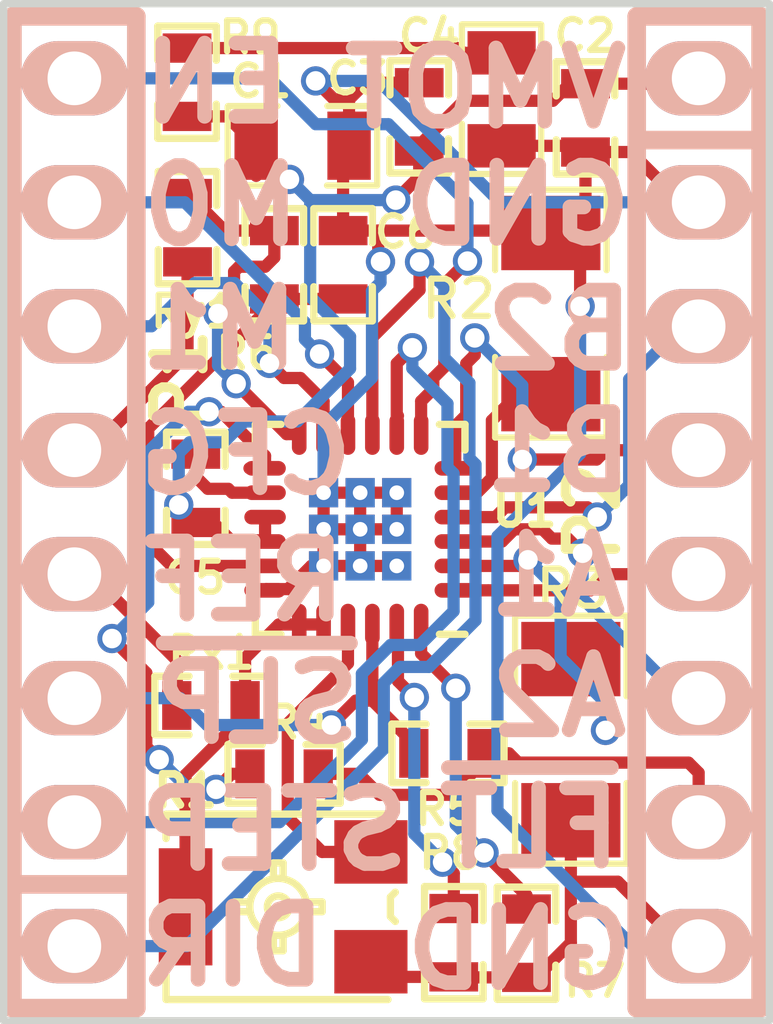
<source format=kicad_pcb>
(kicad_pcb (version 4) (host pcbnew 4.0.0-rc1-stable)

  (general
    (links 58)
    (no_connects 0)
    (area 125.364499 67.525 141.495501 88.670501)
    (thickness 1.6)
    (drawings 20)
    (tracks 335)
    (zones 0)
    (modules 20)
    (nets 27)
  )

  (page A4)
  (title_block
    (title "Pololu_2134(DRV834)")
    (date 2015-10-21)
    (rev V1_0)
    (company Pololu_Volovique)
  )

  (layers
    (0 F.Cu signal)
    (31 B.Cu signal)
    (32 B.Adhes user)
    (33 F.Adhes user)
    (34 B.Paste user)
    (35 F.Paste user)
    (36 B.SilkS user)
    (37 F.SilkS user)
    (38 B.Mask user)
    (39 F.Mask user)
    (40 Dwgs.User user)
    (41 Cmts.User user)
    (42 Eco1.User user)
    (43 Eco2.User user)
    (44 Edge.Cuts user)
    (45 Margin user)
    (46 B.CrtYd user)
    (47 F.CrtYd user)
    (48 B.Fab user)
    (49 F.Fab user)
  )

  (setup
    (last_trace_width 0.25)
    (trace_clearance 0.2)
    (zone_clearance 0.508)
    (zone_45_only no)
    (trace_min 0.2)
    (segment_width 0.2)
    (edge_width 0.15)
    (via_size 0.6)
    (via_drill 0.4)
    (via_min_size 0.4)
    (via_min_drill 0.3)
    (uvia_size 0.3)
    (uvia_drill 0.1)
    (uvias_allowed no)
    (uvia_min_size 0.2)
    (uvia_min_drill 0.1)
    (pcb_text_width 0.3)
    (pcb_text_size 1.5 1.5)
    (mod_edge_width 0.15)
    (mod_text_size 1 1)
    (mod_text_width 0.15)
    (pad_size 1.524 1.524)
    (pad_drill 0.762)
    (pad_to_mask_clearance 0.2)
    (aux_axis_origin 0 0)
    (visible_elements 7FFFFFFF)
    (pcbplotparams
      (layerselection 0x00030_80000001)
      (usegerberextensions false)
      (excludeedgelayer true)
      (linewidth 0.100000)
      (plotframeref false)
      (viasonmask false)
      (mode 1)
      (useauxorigin false)
      (hpglpennumber 1)
      (hpglpenspeed 20)
      (hpglpendiameter 15)
      (hpglpenoverlay 2)
      (psnegative false)
      (psa4output false)
      (plotreference true)
      (plotvalue true)
      (plotinvisibletext false)
      (padsonsilk false)
      (subtractmaskfromsilk false)
      (outputformat 4)
      (mirror false)
      (drillshape 1)
      (scaleselection 1)
      (outputdirectory Gerber/))
  )

  (net 0 "")
  (net 1 VPP)
  (net 2 GNDA)
  (net 3 "Net-(C4-Pad1)")
  (net 4 "Net-(C5-Pad1)")
  (net 5 VAA)
  (net 6 "Net-(P1-Pad5)")
  (net 7 /SLP)
  (net 8 /DIR)
  (net 9 "Net-(P1-Pad4)")
  (net 10 /M1)
  (net 11 /STEP)
  (net 12 /M0)
  (net 13 /EN)
  (net 14 /A1)
  (net 15 /B2)
  (net 16 /B1)
  (net 17 /A2)
  (net 18 /FLT)
  (net 19 /VREF)
  (net 20 "Net-(R1-Pad3)")
  (net 21 "Net-(R2-Pad1)")
  (net 22 "Net-(R3-Pad1)")
  (net 23 "Net-(R4-Pad2)")
  (net 24 /CFG)
  (net 25 "Net-(R7-Pad1)")
  (net 26 "Net-(R8-Pad1)")

  (net_class Default "To jest domyślna klasa połączeń."
    (clearance 0.2)
    (trace_width 0.25)
    (via_dia 0.6)
    (via_drill 0.4)
    (uvia_dia 0.3)
    (uvia_drill 0.1)
    (add_net /A1)
    (add_net /A2)
    (add_net /B1)
    (add_net /B2)
    (add_net /CFG)
    (add_net /DIR)
    (add_net /EN)
    (add_net /FLT)
    (add_net /M0)
    (add_net /M1)
    (add_net /SLP)
    (add_net /STEP)
    (add_net /VREF)
    (add_net GNDA)
    (add_net "Net-(C4-Pad1)")
    (add_net "Net-(C5-Pad1)")
    (add_net "Net-(P1-Pad4)")
    (add_net "Net-(P1-Pad5)")
    (add_net "Net-(R1-Pad3)")
    (add_net "Net-(R2-Pad1)")
    (add_net "Net-(R3-Pad1)")
    (add_net "Net-(R4-Pad2)")
    (add_net "Net-(R7-Pad1)")
    (add_net "Net-(R8-Pad1)")
    (add_net VAA)
    (add_net VPP)
  )

  (module Capacitors_Smd_0805:10uF_0805 (layer F.Cu) (tedit 50B68F62) (tstamp 5627F091)
    (at 131.71 70.61)
    (tags Capacitor)
    (path /5627EB66)
    (attr smd)
    (fp_text reference C1 (at -0.86 -1.32) (layer F.SilkS)
      (effects (font (size 0.635 0.635) (thickness 0.127)))
    )
    (fp_text value 10uF (at 0 0) (layer F.SilkS) hide
      (effects (font (size 0.635 0.635) (thickness 0.127)))
    )
    (fp_line (start -0.51562 -0.8128) (end -1.53162 -0.8128) (layer F.SilkS) (width 0.127))
    (fp_line (start -1.53162 0.81534) (end -0.508 0.81534) (layer F.SilkS) (width 0.127))
    (fp_line (start -1.5367 0.81026) (end -1.5367 -0.8001) (layer F.SilkS) (width 0.127))
    (fp_line (start 1.52908 0.81026) (end 1.52908 -0.8001) (layer F.SilkS) (width 0.127))
    (fp_line (start 1.524 0.81534) (end 0.50038 0.81534) (layer F.SilkS) (width 0.127))
    (fp_line (start 0.508 -0.8128) (end 1.524 -0.8128) (layer F.SilkS) (width 0.127))
    (pad 1 smd rect (at -0.9525 0) (size 0.889 1.397) (layers F.Cu F.Paste F.Mask)
      (net 1 VPP))
    (pad 2 smd rect (at 0.9525 0) (size 0.889 1.397) (layers F.Cu F.Paste F.Mask)
      (net 2 GNDA))
    (model Capacitors/Smd_0805/3D_View/10uF_0805.x3d
      (at (xyz 0 0 0))
      (scale (xyz 1 1 1))
      (rotate (xyz 0 0 0))
    )
  )

  (module Capacitors_Smd_0603:100nF_0603 (layer F.Cu) (tedit 52C4722E) (tstamp 5627F097)
    (at 137.51 70.04 270)
    (descr "Vishay SMD SM0603")
    (tags Capacitor)
    (path /5627EBC5)
    (attr smd)
    (fp_text reference C2 (at -1.68 0.01 360) (layer F.SilkS)
      (effects (font (size 0.635 0.635) (thickness 0.127)))
    )
    (fp_text value 0.1uF (at 0 0 270) (layer F.SilkS) hide
      (effects (font (size 0.635 0.635) (thickness 0.127)))
    )
    (fp_line (start -0.45 -0.6) (end -1.15 -0.6) (layer F.SilkS) (width 0.15))
    (fp_line (start -1.15 -0.6) (end -1.15 0.6) (layer F.SilkS) (width 0.15))
    (fp_line (start -1.15 0.6) (end -0.45 0.6) (layer F.SilkS) (width 0.15))
    (fp_line (start 0.45 -0.6) (end 1.15 -0.6) (layer F.SilkS) (width 0.15))
    (fp_line (start 1.15 -0.6) (end 1.15 0.6) (layer F.SilkS) (width 0.15))
    (fp_line (start 1.15 0.6) (end 0.45 0.6) (layer F.SilkS) (width 0.15))
    (pad 1 smd rect (at -0.7 0 270) (size 0.6 1) (layers F.Cu F.Paste F.Mask)
      (net 1 VPP) (solder_mask_margin 0.01) (clearance 0.03))
    (pad 2 smd rect (at 0.7 0 270) (size 0.6 1) (layers F.Cu F.Paste F.Mask)
      (net 2 GNDA) (solder_mask_margin 0.01) (clearance 0.03))
    (model Capacitors/Smd_0603/3D_View/100nF_0603.x3d
      (at (xyz 0 0 0))
      (scale (xyz 1 1 1))
      (rotate (xyz 0 0 0))
    )
  )

  (module Capacitors_Smd_0603:100nF_0603 (layer F.Cu) (tedit 52C4722E) (tstamp 5627F09D)
    (at 134.1 70.02 90)
    (descr "Vishay SMD SM0603")
    (tags Capacitor)
    (path /5627EC1F)
    (attr smd)
    (fp_text reference C3 (at 0.79 -1.26 180) (layer F.SilkS)
      (effects (font (size 0.635 0.635) (thickness 0.127)))
    )
    (fp_text value 0.1uF (at 0 0 90) (layer F.SilkS) hide
      (effects (font (size 0.635 0.635) (thickness 0.127)))
    )
    (fp_line (start -0.45 -0.6) (end -1.15 -0.6) (layer F.SilkS) (width 0.15))
    (fp_line (start -1.15 -0.6) (end -1.15 0.6) (layer F.SilkS) (width 0.15))
    (fp_line (start -1.15 0.6) (end -0.45 0.6) (layer F.SilkS) (width 0.15))
    (fp_line (start 0.45 -0.6) (end 1.15 -0.6) (layer F.SilkS) (width 0.15))
    (fp_line (start 1.15 -0.6) (end 1.15 0.6) (layer F.SilkS) (width 0.15))
    (fp_line (start 1.15 0.6) (end 0.45 0.6) (layer F.SilkS) (width 0.15))
    (pad 1 smd rect (at -0.7 0 90) (size 0.6 1) (layers F.Cu F.Paste F.Mask)
      (net 1 VPP) (solder_mask_margin 0.01) (clearance 0.03))
    (pad 2 smd rect (at 0.7 0 90) (size 0.6 1) (layers F.Cu F.Paste F.Mask)
      (net 2 GNDA) (solder_mask_margin 0.01) (clearance 0.03))
    (model Capacitors/Smd_0603/3D_View/100nF_0603.x3d
      (at (xyz 0 0 0))
      (scale (xyz 1 1 1))
      (rotate (xyz 0 0 0))
    )
  )

  (module Capacitors_Smd_0805:10uF_0805 (layer F.Cu) (tedit 50B68F62) (tstamp 5627F0A3)
    (at 135.79 69.66 270)
    (tags Capacitor)
    (path /5627EC54)
    (attr smd)
    (fp_text reference C4 (at -1.3 1.48 360) (layer F.SilkS)
      (effects (font (size 0.635 0.635) (thickness 0.127)))
    )
    (fp_text value 10uF (at 0 0 270) (layer F.SilkS) hide
      (effects (font (size 0.635 0.635) (thickness 0.127)))
    )
    (fp_line (start -0.51562 -0.8128) (end -1.53162 -0.8128) (layer F.SilkS) (width 0.127))
    (fp_line (start -1.53162 0.81534) (end -0.508 0.81534) (layer F.SilkS) (width 0.127))
    (fp_line (start -1.5367 0.81026) (end -1.5367 -0.8001) (layer F.SilkS) (width 0.127))
    (fp_line (start 1.52908 0.81026) (end 1.52908 -0.8001) (layer F.SilkS) (width 0.127))
    (fp_line (start 1.524 0.81534) (end 0.50038 0.81534) (layer F.SilkS) (width 0.127))
    (fp_line (start 0.508 -0.8128) (end 1.524 -0.8128) (layer F.SilkS) (width 0.127))
    (pad 1 smd rect (at -0.9525 0 270) (size 0.889 1.397) (layers F.Cu F.Paste F.Mask)
      (net 3 "Net-(C4-Pad1)"))
    (pad 2 smd rect (at 0.9525 0 270) (size 0.889 1.397) (layers F.Cu F.Paste F.Mask)
      (net 2 GNDA))
    (model Capacitors/Smd_0805/3D_View/10uF_0805.x3d
      (at (xyz 0 0 0))
      (scale (xyz 1 1 1))
      (rotate (xyz 0 0 0))
    )
  )

  (module Capacitors_Smd_0603:1nF_0603 (layer F.Cu) (tedit 52C4722E) (tstamp 5627F0A9)
    (at 129.52 77.63 270)
    (descr "Vishay SMD SM0603")
    (tags Capacitor)
    (path /5627EF24)
    (attr smd)
    (fp_text reference C5 (at 1.83 0.02 360) (layer F.SilkS)
      (effects (font (size 0.635 0.635) (thickness 0.127)))
    )
    (fp_text value 0.01uF (at 0 0 270) (layer F.SilkS) hide
      (effects (font (size 0.635 0.635) (thickness 0.127)))
    )
    (fp_line (start -0.45 -0.6) (end -1.15 -0.6) (layer F.SilkS) (width 0.15))
    (fp_line (start -1.15 -0.6) (end -1.15 0.6) (layer F.SilkS) (width 0.15))
    (fp_line (start -1.15 0.6) (end -0.45 0.6) (layer F.SilkS) (width 0.15))
    (fp_line (start 0.45 -0.6) (end 1.15 -0.6) (layer F.SilkS) (width 0.15))
    (fp_line (start 1.15 -0.6) (end 1.15 0.6) (layer F.SilkS) (width 0.15))
    (fp_line (start 1.15 0.6) (end 0.45 0.6) (layer F.SilkS) (width 0.15))
    (pad 1 smd rect (at -0.7 0 270) (size 0.6 1) (layers F.Cu F.Paste F.Mask)
      (net 4 "Net-(C5-Pad1)") (solder_mask_margin 0.01) (clearance 0.03))
    (pad 2 smd rect (at 0.7 0 270) (size 0.6 1) (layers F.Cu F.Paste F.Mask)
      (net 1 VPP) (solder_mask_margin 0.01) (clearance 0.03))
    (model Capacitors/Smd_0603/3D_View/1nF_0603.x3d
      (at (xyz 0 0 0))
      (scale (xyz 1 1 1))
      (rotate (xyz 0 0 0))
    )
  )

  (module Capacitors_Smd_0603:4_7uF_0603 (layer F.Cu) (tedit 52C4722E) (tstamp 5627F0AF)
    (at 132.54 73.05 90)
    (descr "Vishay SMD SM0603")
    (tags Capacitor)
    (path /5627ECB5)
    (attr smd)
    (fp_text reference C6 (at 0.67 1.28 180) (layer F.SilkS)
      (effects (font (size 0.635 0.635) (thickness 0.127)))
    )
    (fp_text value 4_7uF (at 0 0 90) (layer F.SilkS) hide
      (effects (font (size 0.635 0.635) (thickness 0.127)))
    )
    (fp_line (start -0.45 -0.6) (end -1.15 -0.6) (layer F.SilkS) (width 0.15))
    (fp_line (start -1.15 -0.6) (end -1.15 0.6) (layer F.SilkS) (width 0.15))
    (fp_line (start -1.15 0.6) (end -0.45 0.6) (layer F.SilkS) (width 0.15))
    (fp_line (start 0.45 -0.6) (end 1.15 -0.6) (layer F.SilkS) (width 0.15))
    (fp_line (start 1.15 -0.6) (end 1.15 0.6) (layer F.SilkS) (width 0.15))
    (fp_line (start 1.15 0.6) (end 0.45 0.6) (layer F.SilkS) (width 0.15))
    (pad 1 smd rect (at -0.7 0 90) (size 0.6 1) (layers F.Cu F.Paste F.Mask)
      (net 5 VAA) (solder_mask_margin 0.01) (clearance 0.03))
    (pad 2 smd rect (at 0.7 0 90) (size 0.6 1) (layers F.Cu F.Paste F.Mask)
      (net 2 GNDA) (solder_mask_margin 0.01) (clearance 0.03))
    (model Capacitors/Smd_0603/3D_View/4_7uF_0603.x3d
      (at (xyz 0 0 0))
      (scale (xyz 1 1 1))
      (rotate (xyz 0 0 0))
    )
  )

  (module Potentiometers_Smd:3364X-1-103E (layer F.Cu) (tedit 5627F526) (tstamp 5627F0CE)
    (at 131.21 86.205 90)
    (descr "Potentiometer SMD 2k Multirotate Bourns Vertical")
    (tags "Potentiometer SMD")
    (path /5627D3AB)
    (fp_text reference R1 (at 2.375 -1.9 180) (layer F.SilkS)
      (effects (font (size 0.635 0.635) (thickness 0.15875)))
    )
    (fp_text value 10k (at 0.155 -0.12 90) (layer F.SilkS) hide
      (effects (font (size 1.27 1.27) (thickness 0.254)))
    )
    (fp_line (start -0.9 0.1) (end -0.6 0.1) (layer F.SilkS) (width 0.15))
    (fp_line (start -0.9 -0.1) (end -0.9 0.1) (layer F.SilkS) (width 0.15))
    (fp_line (start -0.6 -0.1) (end -0.9 -0.1) (layer F.SilkS) (width 0.15))
    (fp_line (start 0.9 0.1) (end 0.6 0.1) (layer F.SilkS) (width 0.15))
    (fp_line (start 0.9 0) (end 0.9 0.1) (layer F.SilkS) (width 0.15))
    (fp_line (start 0.9 -0.1) (end 0.9 0) (layer F.SilkS) (width 0.15))
    (fp_line (start 0.8 -0.1) (end 0.9 -0.1) (layer F.SilkS) (width 0.15))
    (fp_line (start 0.6 -0.1) (end 0.8 -0.1) (layer F.SilkS) (width 0.15))
    (fp_line (start 0.1 0.9) (end 0.1 0.6) (layer F.SilkS) (width 0.15))
    (fp_line (start -0.1 0.9) (end 0.1 0.9) (layer F.SilkS) (width 0.15))
    (fp_line (start -0.1 0.6) (end -0.1 0.9) (layer F.SilkS) (width 0.15))
    (fp_line (start 0.1 -0.9) (end 0.1 -0.6) (layer F.SilkS) (width 0.15))
    (fp_line (start -0.1 -0.9) (end 0.1 -0.9) (layer F.SilkS) (width 0.15))
    (fp_line (start -0.1 -0.6) (end -0.1 -0.9) (layer F.SilkS) (width 0.15))
    (fp_circle (center 0 0) (end 0.3 0.5) (layer F.SilkS) (width 0.15))
    (fp_circle (center 0 0) (end 0.1 0.2) (layer F.SilkS) (width 0.15))
    (fp_line (start -0.2 2.3) (end -0.3 2.4) (layer F.SilkS) (width 0.15))
    (fp_line (start 0.2 2.3) (end 0.3 2.4) (layer F.SilkS) (width 0.15))
    (fp_line (start -0.2 2.3) (end 0.2 2.3) (layer F.SilkS) (width 0.15))
    (fp_line (start -1.9 -2.3) (end -1.4 -2.3) (layer F.SilkS) (width 0.15))
    (fp_line (start 1.9 -2.3) (end 1.4 -2.3) (layer F.SilkS) (width 0.15))
    (fp_line (start -1.9 2.25) (end -1.9 -2.25) (layer F.SilkS) (width 0.15))
    (fp_line (start 1.9 2.25) (end 1.9 -2.25) (layer F.SilkS) (width 0.15))
    (pad 1 smd rect (at -1.125 1.9 90) (size 1.3 1.5) (layers F.Cu F.Paste F.Mask)
      (net 2 GNDA))
    (pad 2 smd rect (at 0 -1.9 90) (size 2.4 1.1) (layers F.Cu F.Paste F.Mask)
      (net 19 /VREF))
    (pad 3 smd rect (at 1.125 1.9 90) (size 1.3 1.5) (layers F.Cu F.Paste F.Mask)
      (net 20 "Net-(R1-Pad3)"))
    (model Resistors/Potentiometers_Smd/3D_View/3364X-1-103E.x3d
      (at (xyz 0 0 0))
      (scale (xyz 1 1 1))
      (rotate (xyz 0 0 0))
    )
  )

  (module Resistor_Smd_1206:0R1_1206 (layer F.Cu) (tedit 42806E24) (tstamp 5627F0D4)
    (at 136.8 74.05 90)
    (tags Resistor)
    (path /5627ED9C)
    (attr smd)
    (fp_text reference R2 (at 0.3 -1.89 180) (layer F.SilkS)
      (effects (font (size 0.762 0.762) (thickness 0.127)))
    )
    (fp_text value 0R1 (at 0 0 90) (layer F.SilkS) hide
      (effects (font (size 0.762 0.762) (thickness 0.127)))
    )
    (fp_line (start -2.54 -1.143) (end -2.54 1.143) (layer F.SilkS) (width 0.127))
    (fp_line (start -2.54 1.143) (end -0.889 1.143) (layer F.SilkS) (width 0.127))
    (fp_line (start 0.889 -1.143) (end 2.54 -1.143) (layer F.SilkS) (width 0.127))
    (fp_line (start 2.54 -1.143) (end 2.54 1.143) (layer F.SilkS) (width 0.127))
    (fp_line (start 2.54 1.143) (end 0.889 1.143) (layer F.SilkS) (width 0.127))
    (fp_line (start -0.889 -1.143) (end -2.54 -1.143) (layer F.SilkS) (width 0.127))
    (pad 1 smd rect (at -1.651 0 90) (size 1.524 2.032) (layers F.Cu F.Paste F.Mask)
      (net 21 "Net-(R2-Pad1)"))
    (pad 2 smd rect (at 1.651 0 90) (size 1.524 2.032) (layers F.Cu F.Paste F.Mask)
      (net 2 GNDA))
    (model Resistors/Smd_1206/3D_View/0R1_1206.x3d
      (at (xyz 0 0 0))
      (scale (xyz 1 1 1))
      (rotate (xyz 0 0 0))
    )
  )

  (module Resistor_Smd_1206:0R1_1206 (layer F.Cu) (tedit 42806E24) (tstamp 5627F0DA)
    (at 137.21 82.78 270)
    (tags Resistor)
    (path /5627EDE1)
    (attr smd)
    (fp_text reference R3 (at -3.09 -0.04 360) (layer F.SilkS)
      (effects (font (size 0.762 0.762) (thickness 0.127)))
    )
    (fp_text value 0R1 (at 0 0 270) (layer F.SilkS) hide
      (effects (font (size 0.762 0.762) (thickness 0.127)))
    )
    (fp_line (start -2.54 -1.143) (end -2.54 1.143) (layer F.SilkS) (width 0.127))
    (fp_line (start -2.54 1.143) (end -0.889 1.143) (layer F.SilkS) (width 0.127))
    (fp_line (start 0.889 -1.143) (end 2.54 -1.143) (layer F.SilkS) (width 0.127))
    (fp_line (start 2.54 -1.143) (end 2.54 1.143) (layer F.SilkS) (width 0.127))
    (fp_line (start 2.54 1.143) (end 0.889 1.143) (layer F.SilkS) (width 0.127))
    (fp_line (start -0.889 -1.143) (end -2.54 -1.143) (layer F.SilkS) (width 0.127))
    (pad 1 smd rect (at -1.651 0 270) (size 1.524 2.032) (layers F.Cu F.Paste F.Mask)
      (net 22 "Net-(R3-Pad1)"))
    (pad 2 smd rect (at 1.651 0 270) (size 1.524 2.032) (layers F.Cu F.Paste F.Mask)
      (net 2 GNDA))
    (model Resistors/Smd_1206/3D_View/0R1_1206.x3d
      (at (xyz 0 0 0))
      (scale (xyz 1 1 1))
      (rotate (xyz 0 0 0))
    )
  )

  (module Resistor_Smd_0603:1k5_0603 (layer F.Cu) (tedit 52C4722E) (tstamp 5627F0E0)
    (at 131.33 83.48 180)
    (descr "Vishay SMD SM0603")
    (tags Resistor)
    (path /5627EE3E)
    (attr smd)
    (fp_text reference R4 (at -0.29 1.05 180) (layer F.SilkS)
      (effects (font (size 0.635 0.635) (thickness 0.127)))
    )
    (fp_text value 1k5 (at 0 0 180) (layer F.SilkS) hide
      (effects (font (size 0.635 0.635) (thickness 0.127)))
    )
    (fp_line (start -0.45 -0.6) (end -1.15 -0.6) (layer F.SilkS) (width 0.15))
    (fp_line (start -1.15 -0.6) (end -1.15 0.6) (layer F.SilkS) (width 0.15))
    (fp_line (start -1.15 0.6) (end -0.45 0.6) (layer F.SilkS) (width 0.15))
    (fp_line (start 0.45 -0.6) (end 1.15 -0.6) (layer F.SilkS) (width 0.15))
    (fp_line (start 1.15 -0.6) (end 1.15 0.6) (layer F.SilkS) (width 0.15))
    (fp_line (start 1.15 0.6) (end 0.45 0.6) (layer F.SilkS) (width 0.15))
    (pad 1 smd rect (at -0.7 0 180) (size 0.6 1) (layers F.Cu F.Paste F.Mask)
      (net 18 /FLT) (solder_mask_margin 0.01) (clearance 0.03))
    (pad 2 smd rect (at 0.7 0 180) (size 0.6 1) (layers F.Cu F.Paste F.Mask)
      (net 23 "Net-(R4-Pad2)") (solder_mask_margin 0.01) (clearance 0.03))
    (model Resistors/Smd_0603/3D_View/1k5_0603.x3d
      (at (xyz 0 0 0))
      (scale (xyz 1 1 1))
      (rotate (xyz 0 0 0))
    )
  )

  (module Resistor_Smd_0603:10k_0603 (layer F.Cu) (tedit 52C4723E) (tstamp 5627F0E6)
    (at 134.69 83.06)
    (descr "Vishay SMD SM0603")
    (tags Resistor)
    (path /5627EEDF)
    (attr smd)
    (fp_text reference R5 (at -0.04 1.14) (layer F.SilkS)
      (effects (font (size 0.635 0.635) (thickness 0.127)))
    )
    (fp_text value 10k (at 0 0) (layer F.SilkS) hide
      (effects (font (size 0.635 0.635) (thickness 0.127)))
    )
    (fp_line (start -0.45 -0.6) (end -1.15 -0.6) (layer F.SilkS) (width 0.15))
    (fp_line (start -1.15 -0.6) (end -1.15 0.6) (layer F.SilkS) (width 0.15))
    (fp_line (start -1.15 0.6) (end -0.45 0.6) (layer F.SilkS) (width 0.15))
    (fp_line (start 0.45 -0.6) (end 1.15 -0.6) (layer F.SilkS) (width 0.15))
    (fp_line (start 1.15 -0.6) (end 1.15 0.6) (layer F.SilkS) (width 0.15))
    (fp_line (start 1.15 0.6) (end 0.45 0.6) (layer F.SilkS) (width 0.15))
    (pad 1 smd rect (at -0.7 0) (size 0.6 1) (layers F.Cu F.Paste F.Mask)
      (net 7 /SLP) (solder_mask_margin 0.01) (clearance 0.03))
    (pad 2 smd rect (at 0.7 0) (size 0.6 1) (layers F.Cu F.Paste F.Mask)
      (net 18 /FLT) (solder_mask_margin 0.01) (clearance 0.03))
    (model Resistors/Smd_0603/3D_View/10k_0603.x3d
      (at (xyz 0 0 0))
      (scale (xyz 1 1 1))
      (rotate (xyz 0 0 0))
    )
  )

  (module Resistor_Smd_0603:47k_0603 (layer F.Cu) (tedit 52C4721C) (tstamp 5627F0EC)
    (at 131.13 73.05 270)
    (descr "Vishay SMD SM0603")
    (tags Resistor)
    (path /5627E93F)
    (attr smd)
    (fp_text reference R6 (at 1.81 0.56 360) (layer F.SilkS)
      (effects (font (size 0.635 0.635) (thickness 0.127)))
    )
    (fp_text value 47k (at 0 0 270) (layer F.SilkS) hide
      (effects (font (size 0.635 0.635) (thickness 0.127)))
    )
    (fp_line (start -0.45 -0.6) (end -1.15 -0.6) (layer F.SilkS) (width 0.15))
    (fp_line (start -1.15 -0.6) (end -1.15 0.6) (layer F.SilkS) (width 0.15))
    (fp_line (start -1.15 0.6) (end -0.45 0.6) (layer F.SilkS) (width 0.15))
    (fp_line (start 0.45 -0.6) (end 1.15 -0.6) (layer F.SilkS) (width 0.15))
    (fp_line (start 1.15 -0.6) (end 1.15 0.6) (layer F.SilkS) (width 0.15))
    (fp_line (start 1.15 0.6) (end 0.45 0.6) (layer F.SilkS) (width 0.15))
    (pad 1 smd rect (at -0.7 0 270) (size 0.6 1) (layers F.Cu F.Paste F.Mask)
      (net 24 /CFG) (solder_mask_margin 0.01) (clearance 0.03))
    (pad 2 smd rect (at 0.7 0 270) (size 0.6 1) (layers F.Cu F.Paste F.Mask)
      (net 5 VAA) (solder_mask_margin 0.01) (clearance 0.03))
    (model Resistors/Smd_0603/3D_View/47k_0603.x3d
      (at (xyz 0 0 0))
      (scale (xyz 1 1 1))
      (rotate (xyz 0 0 0))
    )
  )

  (module Resistor_Smd_0603:47k_0603 (layer F.Cu) (tedit 52C4721C) (tstamp 5627F0F2)
    (at 136.3 86.95 270)
    (descr "Vishay SMD SM0603")
    (tags Resistor)
    (path /5627ED4F)
    (attr smd)
    (fp_text reference R7 (at 0.77 -1.4 360) (layer F.SilkS)
      (effects (font (size 0.635 0.635) (thickness 0.127)))
    )
    (fp_text value 47k (at 0 0 270) (layer F.SilkS) hide
      (effects (font (size 0.635 0.635) (thickness 0.127)))
    )
    (fp_line (start -0.45 -0.6) (end -1.15 -0.6) (layer F.SilkS) (width 0.15))
    (fp_line (start -1.15 -0.6) (end -1.15 0.6) (layer F.SilkS) (width 0.15))
    (fp_line (start -1.15 0.6) (end -0.45 0.6) (layer F.SilkS) (width 0.15))
    (fp_line (start 0.45 -0.6) (end 1.15 -0.6) (layer F.SilkS) (width 0.15))
    (fp_line (start 1.15 -0.6) (end 1.15 0.6) (layer F.SilkS) (width 0.15))
    (fp_line (start 1.15 0.6) (end 0.45 0.6) (layer F.SilkS) (width 0.15))
    (pad 1 smd rect (at -0.7 0 270) (size 0.6 1) (layers F.Cu F.Paste F.Mask)
      (net 25 "Net-(R7-Pad1)") (solder_mask_margin 0.01) (clearance 0.03))
    (pad 2 smd rect (at 0.7 0 270) (size 0.6 1) (layers F.Cu F.Paste F.Mask)
      (net 2 GNDA) (solder_mask_margin 0.01) (clearance 0.03))
    (model Resistors/Smd_0603/3D_View/47k_0603.x3d
      (at (xyz 0 0 0))
      (scale (xyz 1 1 1))
      (rotate (xyz 0 0 0))
    )
  )

  (module Resistor_Smd_0603:47k_0603 (layer F.Cu) (tedit 52C4721C) (tstamp 5627F0F8)
    (at 134.81 86.94 270)
    (descr "Vishay SMD SM0603")
    (tags Resistor)
    (path /5627ED14)
    (attr smd)
    (fp_text reference R8 (at -1.84 0.08 360) (layer F.SilkS)
      (effects (font (size 0.635 0.635) (thickness 0.127)))
    )
    (fp_text value 47k (at 0 0 270) (layer F.SilkS) hide
      (effects (font (size 0.635 0.635) (thickness 0.127)))
    )
    (fp_line (start -0.45 -0.6) (end -1.15 -0.6) (layer F.SilkS) (width 0.15))
    (fp_line (start -1.15 -0.6) (end -1.15 0.6) (layer F.SilkS) (width 0.15))
    (fp_line (start -1.15 0.6) (end -0.45 0.6) (layer F.SilkS) (width 0.15))
    (fp_line (start 0.45 -0.6) (end 1.15 -0.6) (layer F.SilkS) (width 0.15))
    (fp_line (start 1.15 -0.6) (end 1.15 0.6) (layer F.SilkS) (width 0.15))
    (fp_line (start 1.15 0.6) (end 0.45 0.6) (layer F.SilkS) (width 0.15))
    (pad 1 smd rect (at -0.7 0 270) (size 0.6 1) (layers F.Cu F.Paste F.Mask)
      (net 26 "Net-(R8-Pad1)") (solder_mask_margin 0.01) (clearance 0.03))
    (pad 2 smd rect (at 0.7 0 270) (size 0.6 1) (layers F.Cu F.Paste F.Mask)
      (net 2 GNDA) (solder_mask_margin 0.01) (clearance 0.03))
    (model Resistors/Smd_0603/3D_View/47k_0603.x3d
      (at (xyz 0 0 0))
      (scale (xyz 1 1 1))
      (rotate (xyz 0 0 0))
    )
  )

  (module Resistor_Smd_0603:1R_0603 (layer F.Cu) (tedit 52C4724F) (tstamp 5627F0FE)
    (at 129.34 69.31 270)
    (descr "Vishay SMD SM0603")
    (tags Resistor)
    (path /5627E874)
    (attr smd)
    (fp_text reference R9 (at -0.92 -1.29 360) (layer F.SilkS)
      (effects (font (size 0.635 0.635) (thickness 0.127)))
    )
    (fp_text value 1R (at 0 0 270) (layer F.SilkS) hide
      (effects (font (size 0.635 0.635) (thickness 0.127)))
    )
    (fp_line (start -0.45 -0.6) (end -1.15 -0.6) (layer F.SilkS) (width 0.15))
    (fp_line (start -1.15 -0.6) (end -1.15 0.6) (layer F.SilkS) (width 0.15))
    (fp_line (start -1.15 0.6) (end -0.45 0.6) (layer F.SilkS) (width 0.15))
    (fp_line (start 0.45 -0.6) (end 1.15 -0.6) (layer F.SilkS) (width 0.15))
    (fp_line (start 1.15 -0.6) (end 1.15 0.6) (layer F.SilkS) (width 0.15))
    (fp_line (start 1.15 0.6) (end 0.45 0.6) (layer F.SilkS) (width 0.15))
    (pad 1 smd rect (at -0.7 0 270) (size 0.6 1) (layers F.Cu F.Paste F.Mask)
      (net 3 "Net-(C4-Pad1)") (solder_mask_margin 0.01) (clearance 0.03))
    (pad 2 smd rect (at 0.7 0 270) (size 0.6 1) (layers F.Cu F.Paste F.Mask)
      (net 1 VPP) (solder_mask_margin 0.01) (clearance 0.03))
    (model Resistors/Smd_0603/3D_View/1R_0603.x3d
      (at (xyz 0 0 0))
      (scale (xyz 1 1 1))
      (rotate (xyz 0 0 0))
    )
  )

  (module Resistor_Smd_0603:0R_0603 (layer F.Cu) (tedit 52C4724F) (tstamp 5627F104)
    (at 129.83 82.08 180)
    (descr "Vishay SMD SM0603")
    (tags Resistor)
    (path /5627E614)
    (attr smd)
    (fp_text reference Rx1 (at -0.01 1.08 180) (layer F.SilkS)
      (effects (font (size 0.635 0.635) (thickness 0.127)))
    )
    (fp_text value Jumper (at 0 0 180) (layer F.SilkS) hide
      (effects (font (size 0.635 0.635) (thickness 0.127)))
    )
    (fp_line (start -0.45 -0.6) (end -1.15 -0.6) (layer F.SilkS) (width 0.15))
    (fp_line (start -1.15 -0.6) (end -1.15 0.6) (layer F.SilkS) (width 0.15))
    (fp_line (start -1.15 0.6) (end -0.45 0.6) (layer F.SilkS) (width 0.15))
    (fp_line (start 0.45 -0.6) (end 1.15 -0.6) (layer F.SilkS) (width 0.15))
    (fp_line (start 1.15 -0.6) (end 1.15 0.6) (layer F.SilkS) (width 0.15))
    (fp_line (start 1.15 0.6) (end 0.45 0.6) (layer F.SilkS) (width 0.15))
    (pad 1 smd rect (at -0.7 0 180) (size 0.6 1) (layers F.Cu F.Paste F.Mask)
      (net 19 /VREF) (solder_mask_margin 0.01) (clearance 0.03))
    (pad 2 smd rect (at 0.7 0 180) (size 0.6 1) (layers F.Cu F.Paste F.Mask)
      (net 9 "Net-(P1-Pad4)") (solder_mask_margin 0.01) (clearance 0.03))
    (model Resistors/Smd_0603/3D_View/0R_0603.x3d
      (at (xyz 0 0 0))
      (scale (xyz 1 1 1))
      (rotate (xyz 0 0 0))
    )
  )

  (module Resistor_Smd_0603:0R_0603 (layer F.Cu) (tedit 52C4724F) (tstamp 5627F10A)
    (at 129.35 72.29 90)
    (descr "Vishay SMD SM0603")
    (tags Resistor)
    (path /5627E593)
    (attr smd)
    (fp_text reference Ry1 (at -1.72 0.12 180) (layer F.SilkS)
      (effects (font (size 0.635 0.635) (thickness 0.127)))
    )
    (fp_text value Jumper (at 0 0 90) (layer F.SilkS) hide
      (effects (font (size 0.635 0.635) (thickness 0.127)))
    )
    (fp_line (start -0.45 -0.6) (end -1.15 -0.6) (layer F.SilkS) (width 0.15))
    (fp_line (start -1.15 -0.6) (end -1.15 0.6) (layer F.SilkS) (width 0.15))
    (fp_line (start -1.15 0.6) (end -0.45 0.6) (layer F.SilkS) (width 0.15))
    (fp_line (start 0.45 -0.6) (end 1.15 -0.6) (layer F.SilkS) (width 0.15))
    (fp_line (start 1.15 -0.6) (end 1.15 0.6) (layer F.SilkS) (width 0.15))
    (fp_line (start 1.15 0.6) (end 0.45 0.6) (layer F.SilkS) (width 0.15))
    (pad 1 smd rect (at -0.7 0 90) (size 0.6 1) (layers F.Cu F.Paste F.Mask)
      (net 6 "Net-(P1-Pad5)") (solder_mask_margin 0.01) (clearance 0.03))
    (pad 2 smd rect (at 0.7 0 90) (size 0.6 1) (layers F.Cu F.Paste F.Mask)
      (net 24 /CFG) (solder_mask_margin 0.01) (clearance 0.03))
    (model Resistors/Smd_0603/3D_View/0R_0603.x3d
      (at (xyz 0 0 0))
      (scale (xyz 1 1 1))
      (rotate (xyz 0 0 0))
    )
  )

  (module H_Bridges_Drivers:DRV8834_QFN24 (layer F.Cu) (tedit 562946FA) (tstamp 5627F12F)
    (at 132.89 78.47 180)
    (descr DRV8834_QFN24)
    (tags "Stepper Motor Driver")
    (path /5627D35F)
    (attr smd)
    (fp_text reference U1 (at -3.37 0.39 360) (layer F.SilkS)
      (effects (font (size 0.635 0.635) (thickness 0.15)))
    )
    (fp_text value DRV8834 (at -0.16 3.09 180) (layer F.CrtYd)
      (effects (font (size 0.635 0.635) (thickness 0.15)))
    )
    (fp_line (start -2.65 -2.65) (end -2.65 2.65) (layer F.CrtYd) (width 0.05))
    (fp_line (start 2.65 -2.65) (end 2.65 2.65) (layer F.CrtYd) (width 0.05))
    (fp_line (start -2.65 -2.65) (end 2.65 -2.65) (layer F.CrtYd) (width 0.05))
    (fp_line (start -2.65 2.65) (end 2.65 2.65) (layer F.CrtYd) (width 0.05))
    (fp_line (start 2.15 -2.15) (end 2.15 -1.625) (layer F.SilkS) (width 0.15))
    (fp_line (start -2.15 2.15) (end -2.15 1.625) (layer F.SilkS) (width 0.15))
    (fp_line (start 2.15 2.15) (end 2.15 1.625) (layer F.SilkS) (width 0.15))
    (fp_line (start -2.15 -2.15) (end -1.625 -2.15) (layer F.SilkS) (width 0.15))
    (fp_line (start -2.15 2.15) (end -1.625 2.15) (layer F.SilkS) (width 0.15))
    (fp_line (start 2.15 2.15) (end 1.625 2.15) (layer F.SilkS) (width 0.15))
    (fp_line (start 2.15 -2.15) (end 1.625 -2.15) (layer F.SilkS) (width 0.15))
    (pad 1 smd oval (at -1.95 -1.25 180) (size 0.85 0.3) (layers F.Cu F.Paste F.Mask)
      (net 14 /A1) (solder_mask_margin 0.1) (clearance 0.01))
    (pad 2 smd oval (at -1.95 -0.75 180) (size 0.85 0.3) (layers F.Cu F.Paste F.Mask)
      (net 22 "Net-(R3-Pad1)") (solder_mask_margin 0.1) (clearance 0.01))
    (pad 3 smd oval (at -1.95 -0.25 180) (size 0.85 0.3) (layers F.Cu F.Paste F.Mask)
      (net 17 /A2) (solder_mask_margin 0.1) (clearance 0.01))
    (pad 4 smd oval (at -1.95 0.25 180) (size 0.85 0.3) (layers F.Cu F.Paste F.Mask)
      (net 15 /B2) (solder_mask_margin 0.1) (clearance 0.01))
    (pad 5 smd oval (at -1.95 0.75 180) (size 0.85 0.3) (layers F.Cu F.Paste F.Mask)
      (net 21 "Net-(R2-Pad1)") (solder_mask_margin 0.1) (clearance 0.01))
    (pad 6 smd oval (at -1.95 1.25 180) (size 0.85 0.3) (layers F.Cu F.Paste F.Mask)
      (net 16 /B1) (solder_mask_margin 0.1) (clearance 0.01))
    (pad 7 smd oval (at -1.25 1.95 270) (size 0.85 0.3) (layers F.Cu F.Paste F.Mask)
      (net 13 /EN) (solder_mask_margin 0.1) (clearance 0.01))
    (pad 8 smd oval (at -0.75 1.95 270) (size 0.85 0.3) (layers F.Cu F.Paste F.Mask)
      (net 11 /STEP) (solder_mask_margin 0.1) (clearance 0.01))
    (pad 9 smd oval (at -0.25 1.95 270) (size 0.85 0.3) (layers F.Cu F.Paste F.Mask)
      (net 8 /DIR) (solder_mask_margin 0.1) (clearance 0.01))
    (pad 10 smd oval (at 0.25 1.95 270) (size 0.85 0.3) (layers F.Cu F.Paste F.Mask)
      (net 12 /M0) (solder_mask_margin 0.1) (clearance 0.01))
    (pad 11 smd oval (at 0.75 1.95 270) (size 0.85 0.3) (layers F.Cu F.Paste F.Mask)
      (net 10 /M1) (solder_mask_margin 0.1) (clearance 0.01))
    (pad 12 smd oval (at 1.25 1.95 270) (size 0.85 0.3) (layers F.Cu F.Paste F.Mask)
      (net 24 /CFG) (solder_mask_margin 0.1) (clearance 0.01))
    (pad 13 smd oval (at 1.95 1.25 180) (size 0.85 0.3) (layers F.Cu F.Paste F.Mask)
      (net 23 "Net-(R4-Pad2)") (solder_mask_margin 0.1) (clearance 0.01))
    (pad 14 smd oval (at 1.95 0.75 180) (size 0.85 0.3) (layers F.Cu F.Paste F.Mask)
      (net 4 "Net-(C5-Pad1)") (solder_mask_margin 0.1) (clearance 0.01))
    (pad 15 smd oval (at 1.95 0.25 180) (size 0.85 0.3) (layers F.Cu F.Paste F.Mask)
      (net 1 VPP) (solder_mask_margin 0.1) (clearance 0.01))
    (pad 16 smd oval (at 1.95 -0.25 180) (size 0.85 0.3) (layers F.Cu F.Paste F.Mask)
      (net 1 VPP) (solder_mask_margin 0.1) (clearance 0.01))
    (pad 17 smd oval (at 1.95 -0.75 180) (size 0.85 0.3) (layers F.Cu F.Paste F.Mask)
      (net 5 VAA) (solder_mask_margin 0.1) (clearance 0.01))
    (pad 18 smd oval (at 1.95 -1.25 180) (size 0.85 0.3) (layers F.Cu F.Paste F.Mask)
      (net 2 GNDA) (solder_mask_margin 0.1) (clearance 0.01))
    (pad 19 smd oval (at 1.25 -1.95 270) (size 0.85 0.3) (layers F.Cu F.Paste F.Mask)
      (net 19 /VREF) (solder_mask_margin 0.1) (clearance 0.01))
    (pad 20 smd oval (at 0.75 -1.95 270) (size 0.85 0.3) (layers F.Cu F.Paste F.Mask)
      (net 19 /VREF) (solder_mask_margin 0.1) (clearance 0.01))
    (pad 21 smd oval (at 0.25 -1.95 270) (size 0.85 0.3) (layers F.Cu F.Paste F.Mask)
      (net 20 "Net-(R1-Pad3)") (solder_mask_margin 0.1) (clearance 0.01))
    (pad 22 smd oval (at -0.25 -1.95 270) (size 0.85 0.3) (layers F.Cu F.Paste F.Mask)
      (net 7 /SLP) (solder_mask_margin 0.1) (clearance 0.01))
    (pad 23 smd oval (at -0.75 -1.95 270) (size 0.85 0.3) (layers F.Cu F.Paste F.Mask)
      (net 26 "Net-(R8-Pad1)") (solder_mask_margin 0.1) (clearance 0.01))
    (pad 24 smd oval (at -1.25 -1.95 270) (size 0.85 0.3) (layers F.Cu F.Paste F.Mask)
      (net 25 "Net-(R7-Pad1)") (solder_mask_margin 0.1) (clearance 0.01))
    (pad 0 thru_hole rect (at 0 0 180) (size 0.6 0.6) (drill 0.3) (layers *.Cu *.Mask)
      (net 2 GNDA) (solder_mask_margin 0.1) (clearance 0.01))
    (pad 0 thru_hole rect (at 0.75 -0.75 180) (size 0.6 0.6) (drill 0.3) (layers *.Cu *.Mask)
      (net 2 GNDA) (solder_mask_margin 0.1) (clearance 0.01))
    (pad 0 thru_hole rect (at 0 -0.75 180) (size 0.6 0.6) (drill 0.3) (layers *.Cu *.Mask)
      (net 2 GNDA) (solder_mask_margin 0.1) (clearance 0.01))
    (pad 0 thru_hole rect (at -0.75 -0.75 180) (size 0.6 0.6) (drill 0.3) (layers *.Cu *.Mask)
      (net 2 GNDA) (solder_mask_margin 0.1) (clearance 0.01))
    (pad 0 thru_hole rect (at -0.75 0 180) (size 0.6 0.6) (drill 0.3) (layers *.Cu *.Mask)
      (net 2 GNDA) (solder_mask_margin 0.1) (clearance 0.01))
    (pad 0 thru_hole rect (at -0.75 0.75 180) (size 0.6 0.6) (drill 0.3) (layers *.Cu *.Mask)
      (net 2 GNDA) (solder_mask_margin 0.1) (clearance 0.01))
    (pad 0 thru_hole rect (at 0 0.75 180) (size 0.6 0.6) (drill 0.3) (layers *.Cu *.Mask)
      (net 2 GNDA) (solder_mask_margin 0.1) (clearance 0.01))
    (pad 0 thru_hole rect (at 0.75 0.75 180) (size 0.6 0.6) (drill 0.3) (layers *.Cu *.Mask)
      (net 2 GNDA) (solder_mask_margin 0.1) (clearance 0.01))
    (pad 0 thru_hole rect (at 0.75 0 180) (size 0.6 0.6) (drill 0.3) (layers *.Cu *.Mask)
      (net 2 GNDA) (solder_mask_margin 0.1) (clearance 0.01))
    (model H_Bridges_Drivers/3D_View/DRV8834_QFN24.x3d
      (at (xyz 0 0 0))
      (scale (xyz 1 1 1))
      (rotate (xyz 0 0 0))
    )
  )

  (module Discrete_Goldpin:Goldpin_8_2_54mm (layer B.Cu) (tedit 562947A9) (tstamp 5627F0C7)
    (at 139.83 78.12 270)
    (descr "Goldpin 6")
    (tags Connector)
    (path /5627E52A)
    (fp_text reference P2 (at 0 2.17 270) (layer F.SilkS)
      (effects (font (size 1.016 1.016) (thickness 0.2032)))
    )
    (fp_text value Connector2 (at 0 5 270) (layer B.SilkS) hide
      (effects (font (size 1.016 0.889) (thickness 0.2032)) (justify mirror))
    )
    (fp_line (start 10.16 -1.27) (end 10.16 1.27) (layer B.SilkS) (width 0.381))
    (fp_line (start -10.16 -1.27) (end 10.16 -1.27) (layer B.SilkS) (width 0.381))
    (fp_line (start -10.16 1.27) (end -10.16 -1.27) (layer B.SilkS) (width 0.381))
    (fp_line (start 10.16 1.27) (end -10.16 1.27) (layer B.SilkS) (width 0.381))
    (fp_line (start -7.625 1.225) (end -7.625 -1.275) (layer B.SilkS) (width 0.381))
    (pad 5 thru_hole oval (at 1.27 0 270) (size 1.524 2.19964) (drill 1.1) (layers *.Cu *.Mask B.SilkS)
      (net 14 /A1))
    (pad 3 thru_hole oval (at -3.81 0 270) (size 1.524 2.19964) (drill 1.1) (layers *.Cu *.Mask B.SilkS)
      (net 15 /B2))
    (pad 1 thru_hole oval (at -8.89 0 270) (size 1.524 2.19964) (drill 1.1) (layers *.Cu *.Mask B.SilkS)
      (net 1 VPP))
    (pad 4 thru_hole oval (at -1.27 0 270) (size 1.524 2.19964) (drill 1.1) (layers *.Cu *.Mask B.SilkS)
      (net 16 /B1))
    (pad 6 thru_hole oval (at 3.81 0 270) (size 1.524 2.19964) (drill 1.1) (layers *.Cu *.Mask B.SilkS)
      (net 17 /A2))
    (pad 2 thru_hole oval (at -6.35 0 270) (size 1.524 2.19964) (drill 1.1) (layers *.Cu *.Mask B.SilkS)
      (net 2 GNDA))
    (pad 7 thru_hole oval (at 6.35 0 270) (size 1.524 2.19964) (drill 1.1) (layers *.Cu *.Mask B.SilkS)
      (net 18 /FLT))
    (pad 8 thru_hole oval (at 8.89 0 270) (size 1.524 2.19964) (drill 1.1) (layers *.Cu *.Mask B.SilkS)
      (net 2 GNDA))
    (model Goldpin/Discrete_Goldpin/3D_View/Goldpin_8_2_54mm.x3d
      (at (xyz 0 0 0))
      (scale (xyz 1 1 1))
      (rotate (xyz 0 0 0))
    )
  )

  (module Discrete_Goldpin:Goldpin_8_2_54mm (layer B.Cu) (tedit 562947BF) (tstamp 5627F0BB)
    (at 127.03 78.12 90)
    (descr "Goldpin 6")
    (tags Connector)
    (path /5627E482)
    (fp_text reference P1 (at 2.73 2.17 90) (layer F.SilkS)
      (effects (font (size 1.016 1.016) (thickness 0.2032)))
    )
    (fp_text value Connector1 (at 0 5 90) (layer B.SilkS) hide
      (effects (font (size 1.016 0.889) (thickness 0.2032)) (justify mirror))
    )
    (fp_line (start 10.16 -1.27) (end 10.16 1.27) (layer B.SilkS) (width 0.381))
    (fp_line (start -10.16 -1.27) (end 10.16 -1.27) (layer B.SilkS) (width 0.381))
    (fp_line (start -10.16 1.27) (end -10.16 -1.27) (layer B.SilkS) (width 0.381))
    (fp_line (start 10.16 1.27) (end -10.16 1.27) (layer B.SilkS) (width 0.381))
    (fp_line (start -7.625 1.225) (end -7.625 -1.275) (layer B.SilkS) (width 0.381))
    (pad 5 thru_hole oval (at 1.27 0 90) (size 1.524 2.19964) (drill 1.1) (layers *.Cu *.Mask B.SilkS)
      (net 6 "Net-(P1-Pad5)"))
    (pad 3 thru_hole oval (at -3.81 0 90) (size 1.524 2.19964) (drill 1.1) (layers *.Cu *.Mask B.SilkS)
      (net 7 /SLP))
    (pad 1 thru_hole oval (at -8.89 0 90) (size 1.524 2.19964) (drill 1.1) (layers *.Cu *.Mask B.SilkS)
      (net 8 /DIR))
    (pad 4 thru_hole oval (at -1.27 0 90) (size 1.524 2.19964) (drill 1.1) (layers *.Cu *.Mask B.SilkS)
      (net 9 "Net-(P1-Pad4)"))
    (pad 6 thru_hole oval (at 3.81 0 90) (size 1.524 2.19964) (drill 1.1) (layers *.Cu *.Mask B.SilkS)
      (net 10 /M1))
    (pad 2 thru_hole oval (at -6.35 0 90) (size 1.524 2.19964) (drill 1.1) (layers *.Cu *.Mask B.SilkS)
      (net 11 /STEP))
    (pad 7 thru_hole oval (at 6.35 0 90) (size 1.524 2.19964) (drill 1.1) (layers *.Cu *.Mask B.SilkS)
      (net 12 /M0))
    (pad 8 thru_hole oval (at 8.89 0 90) (size 1.524 2.19964) (drill 1.1) (layers *.Cu *.Mask B.SilkS)
      (net 13 /EN))
    (model Goldpin/Discrete_Goldpin/3D_View/Goldpin_8_2_54mm.x3d
      (at (xyz 0 0 0))
      (scale (xyz 1 1 1))
      (rotate (xyz 0 0 0))
    )
  )

  (gr_text M0 (at 130.04 71.84) (layer B.SilkS)
    (effects (font (size 1.5 1.5) (thickness 0.3)) (justify mirror))
  )
  (gr_text M1 (at 130.01 74.37) (layer B.SilkS)
    (effects (font (size 1.5 1.5) (thickness 0.3)) (justify mirror))
  )
  (gr_text CFG (at 130.55 76.94) (layer B.SilkS)
    (effects (font (size 1.5 1.5) (thickness 0.3)) (justify mirror))
  )
  (gr_text REF (at 130.48 79.53) (layer B.SilkS)
    (effects (font (size 1.5 1.5) (thickness 0.3)) (justify mirror))
  )
  (gr_text ~SLP (at 130.77 82.04) (layer B.SilkS)
    (effects (font (size 1.5 1.5) (thickness 0.3)) (justify mirror))
  )
  (gr_text STEP (at 131.13 84.64) (layer B.SilkS)
    (effects (font (size 1.5 1.5) (thickness 0.3)) (justify mirror))
  )
  (gr_text DIR (at 130.28 87.01) (layer B.SilkS)
    (effects (font (size 1.5 1.5) (thickness 0.3)) (justify mirror))
  )
  (gr_text GND (at 136.16 87.08) (layer B.SilkS)
    (effects (font (size 1.5 1.5) (thickness 0.3)) (justify mirror))
  )
  (gr_text ~FLT (at 136.37 84.59) (layer B.SilkS)
    (effects (font (size 1.5 1.5) (thickness 0.3)) (justify mirror))
  )
  (gr_text A2 (at 136.96 81.9) (layer B.SilkS)
    (effects (font (size 1.5 1.5) (thickness 0.3)) (justify mirror))
  )
  (gr_text A1 (at 136.94 79.43) (layer B.SilkS)
    (effects (font (size 1.5 1.5) (thickness 0.3)) (justify mirror))
  )
  (gr_text B1 (at 136.96 76.88) (layer B.SilkS)
    (effects (font (size 1.5 1.5) (thickness 0.3)) (justify mirror))
  )
  (gr_text B2 (at 136.98 74.39) (layer B.SilkS)
    (effects (font (size 1.5 1.5) (thickness 0.3)) (justify mirror))
  )
  (gr_text GND (at 136.12 71.83) (layer B.SilkS)
    (effects (font (size 1.5 1.5) (thickness 0.3)) (justify mirror))
  )
  (gr_text EN (at 129.95 69.33) (layer B.SilkS)
    (effects (font (size 1.5 1.5) (thickness 0.3)) (justify mirror))
  )
  (gr_text VMOT (at 135.46 69.43) (layer B.SilkS)
    (effects (font (size 1.5 1.5) (thickness 0.3)) (justify mirror))
  )
  (gr_line (start 141.28 67.7) (end 125.58 67.7) (layer Edge.Cuts) (width 0.15))
  (gr_line (start 141.28 88.54) (end 141.28 67.7) (layer Edge.Cuts) (width 0.15))
  (gr_line (start 125.58 88.54) (end 141.28 88.54) (layer Edge.Cuts) (width 0.15))
  (gr_line (start 125.58 67.7) (end 125.58 88.54) (layer Edge.Cuts) (width 0.15))

  (segment (start 131.86499 73.70217) (end 132.682202 74.519382) (width 0.25) (layer B.Cu) (net 1))
  (segment (start 132.682202 74.519382) (end 132.682202 75.178304) (width 0.25) (layer B.Cu) (net 1))
  (segment (start 131.86499 71.72499) (end 131.86499 73.70217) (width 0.25) (layer B.Cu) (net 1))
  (segment (start 130.091108 76.686956) (end 129.393044 76.686956) (width 0.25) (layer B.Cu) (net 1))
  (segment (start 129.393044 76.686956) (end 129.17 76.91) (width 0.25) (layer B.Cu) (net 1))
  (segment (start 129.17 76.91) (end 129.17 77.545736) (width 0.25) (layer B.Cu) (net 1))
  (segment (start 129.17 77.545736) (end 129.17 77.97) (width 0.25) (layer B.Cu) (net 1))
  (segment (start 131.600506 76.26) (end 130.518064 76.26) (width 0.25) (layer B.Cu) (net 1))
  (segment (start 130.518064 76.26) (end 130.091108 76.686956) (width 0.25) (layer B.Cu) (net 1))
  (segment (start 129.17 77.97) (end 129.17 77.98) (width 0.25) (layer F.Cu) (net 1))
  (segment (start 129.17 77.98) (end 129.52 78.33) (width 0.25) (layer F.Cu) (net 1))
  (via (at 129.17 77.97) (size 0.6) (drill 0.4) (layers F.Cu B.Cu) (net 1))
  (segment (start 132.400829 71.72499) (end 131.86499 71.72499) (width 0.25) (layer B.Cu) (net 1))
  (segment (start 133.62 71.72499) (end 132.400829 71.72499) (width 0.25) (layer B.Cu) (net 1))
  (segment (start 132.682202 75.178304) (end 131.600506 76.26) (width 0.25) (layer B.Cu) (net 1))
  (segment (start 131.44 71.3) (end 131.44 71.2925) (width 0.25) (layer F.Cu) (net 1))
  (segment (start 131.44 71.2925) (end 130.7575 70.61) (width 0.25) (layer F.Cu) (net 1))
  (segment (start 131.86499 71.72499) (end 131.44 71.3) (width 0.25) (layer B.Cu) (net 1))
  (via (at 131.44 71.3) (size 0.6) (drill 0.4) (layers F.Cu B.Cu) (net 1))
  (segment (start 134.1 70.72) (end 134.1 71.24499) (width 0.25) (layer F.Cu) (net 1))
  (segment (start 134.1 71.24499) (end 133.62 71.72499) (width 0.25) (layer F.Cu) (net 1))
  (via (at 133.62 71.72499) (size 0.6) (drill 0.4) (layers F.Cu B.Cu) (net 1))
  (segment (start 129.52 78.33) (end 129.875 78.33) (width 0.25) (layer F.Cu) (net 1))
  (segment (start 129.875 78.33) (end 130.265 78.72) (width 0.25) (layer F.Cu) (net 1))
  (segment (start 130.265 78.72) (end 130.94 78.72) (width 0.25) (layer F.Cu) (net 1))
  (segment (start 134.1 70.72) (end 134.1 70.79499) (width 0.25) (layer F.Cu) (net 1) (status 30))
  (segment (start 130.7575 70.61) (end 130.7575 71.228253) (width 0.25) (layer F.Cu) (net 1) (status 30))
  (segment (start 129.41 70.08) (end 129.34 70.01) (width 0.25) (layer F.Cu) (net 1) (status 30))
  (segment (start 130.85 70.5175) (end 130.7575 70.61) (width 0.25) (layer F.Cu) (net 1) (status 30))
  (segment (start 130.94 78.22) (end 130.94 78.72) (width 0.25) (layer F.Cu) (net 1) (status 30))
  (segment (start 130.7575 70.61) (end 130.7575 70.864) (width 0.25) (layer F.Cu) (net 1) (status 30))
  (segment (start 129.34 70.01) (end 130.1575 70.01) (width 0.25) (layer F.Cu) (net 1) (status 10))
  (segment (start 130.1575 70.01) (end 130.7575 70.61) (width 0.25) (layer F.Cu) (net 1) (status 20))
  (segment (start 136.84 69.69) (end 135.015001 69.69) (width 0.25) (layer F.Cu) (net 1))
  (segment (start 135.015001 69.69) (end 134.1 70.605001) (width 0.25) (layer F.Cu) (net 1) (status 20))
  (segment (start 134.1 70.605001) (end 134.1 70.72) (width 0.25) (layer F.Cu) (net 1) (status 30))
  (segment (start 137.19 69.34) (end 136.84 69.69) (width 0.25) (layer F.Cu) (net 1) (status 10))
  (segment (start 137.51 69.34) (end 137.19 69.34) (width 0.25) (layer F.Cu) (net 1) (status 30))
  (segment (start 137.51 69.34) (end 139.72 69.34) (width 0.25) (layer F.Cu) (net 1) (status 30))
  (segment (start 139.72 69.34) (end 139.83 69.23) (width 0.25) (layer F.Cu) (net 1) (status 30))
  (segment (start 131.976948 69.283052) (end 132.355396 69.6615) (width 0.25) (layer F.Cu) (net 2))
  (segment (start 132.355396 69.6615) (end 132.6625 69.6615) (width 0.25) (layer F.Cu) (net 2))
  (segment (start 135.759274 71.77) (end 133.272326 69.283052) (width 0.25) (layer B.Cu) (net 2))
  (segment (start 133.272326 69.283052) (end 131.976948 69.283052) (width 0.25) (layer B.Cu) (net 2))
  (via (at 131.976948 69.283052) (size 0.6) (drill 0.4) (layers F.Cu B.Cu) (net 2))
  (segment (start 139.83 71.77) (end 137.722029 71.77) (width 0.25) (layer B.Cu) (net 2))
  (segment (start 137.722029 71.77) (end 136.29 71.77) (width 0.25) (layer B.Cu) (net 2))
  (segment (start 135.759274 71.77) (end 137.722029 71.77) (width 0.25) (layer B.Cu) (net 2))
  (segment (start 139.83 87.01) (end 138.48018 87.01) (width 0.25) (layer B.Cu) (net 2))
  (segment (start 138.48018 87.01) (end 135.704999 84.234819) (width 0.25) (layer B.Cu) (net 2))
  (segment (start 135.704999 84.234819) (end 135.704999 78.615001) (width 0.25) (layer B.Cu) (net 2))
  (segment (start 135.704999 78.615001) (end 137.4 76.92) (width 0.25) (layer B.Cu) (net 2))
  (segment (start 137.4 76.92) (end 137.4 73.9) (width 0.25) (layer B.Cu) (net 2))
  (segment (start 133.132211 75.364705) (end 132.14 76.356916) (width 0.25) (layer B.Cu) (net 2))
  (segment (start 132.14 76.356916) (end 132.14 77.72) (width 0.25) (layer B.Cu) (net 2))
  (segment (start 133.307212 72.986714) (end 133.307212 73.410978) (width 0.25) (layer B.Cu) (net 2))
  (segment (start 133.307212 73.410978) (end 133.132212 73.585978) (width 0.25) (layer B.Cu) (net 2))
  (segment (start 133.132212 73.585978) (end 133.132211 75.364705) (width 0.25) (layer B.Cu) (net 2))
  (segment (start 133.261195 72.35) (end 136.751 72.35) (width 0.25) (layer F.Cu) (net 2))
  (segment (start 132.54 72.35) (end 133.261195 72.35) (width 0.25) (layer F.Cu) (net 2))
  (segment (start 133.261195 72.35) (end 133.261195 72.940697) (width 0.25) (layer F.Cu) (net 2))
  (segment (start 133.261195 72.940697) (end 133.307212 72.986714) (width 0.25) (layer F.Cu) (net 2))
  (via (at 133.307212 72.986714) (size 0.6) (drill 0.4) (layers F.Cu B.Cu) (net 2))
  (segment (start 137.51 70.74) (end 137.51 71.689) (width 0.25) (layer F.Cu) (net 2))
  (segment (start 137.51 71.689) (end 136.8 72.399) (width 0.25) (layer F.Cu) (net 2))
  (segment (start 139.47 71.77) (end 138.44 70.74) (width 0.25) (layer F.Cu) (net 2))
  (segment (start 138.44 70.74) (end 137.51 70.74) (width 0.25) (layer F.Cu) (net 2))
  (segment (start 139.83 71.77) (end 139.47 71.77) (width 0.25) (layer F.Cu) (net 2))
  (segment (start 137.4 73.9) (end 137.4 72.999) (width 0.25) (layer F.Cu) (net 2) (status 20))
  (segment (start 137.4 72.999) (end 136.8 72.399) (width 0.25) (layer F.Cu) (net 2) (status 30))
  (via (at 137.4 73.9) (size 0.6) (drill 0.4) (layers F.Cu B.Cu) (net 2))
  (segment (start 136.751 72.35) (end 136.8 72.399) (width 0.25) (layer F.Cu) (net 2) (status 30))
  (segment (start 134.81 87.64) (end 133.42 87.64) (width 0.25) (layer F.Cu) (net 2) (status 30))
  (segment (start 133.42 87.64) (end 133.11 87.33) (width 0.25) (layer F.Cu) (net 2) (status 30))
  (segment (start 137.21 85.69) (end 137.21 86.94) (width 0.25) (layer F.Cu) (net 2))
  (segment (start 132.14 79.22) (end 131.886765 79.22) (width 0.25) (layer F.Cu) (net 2) (status 30))
  (segment (start 131.886765 79.22) (end 131.411755 79.69501) (width 0.25) (layer F.Cu) (net 2) (status 10))
  (segment (start 131.411755 79.69501) (end 130.96499 79.69501) (width 0.25) (layer F.Cu) (net 2) (status 20))
  (segment (start 130.96499 79.69501) (end 130.94 79.72) (width 0.25) (layer F.Cu) (net 2) (status 30))
  (segment (start 132.89 78.47) (end 132.14 78.47) (width 0.25) (layer F.Cu) (net 2) (status 30))
  (segment (start 132.89 78.47) (end 132.89 77.72) (width 0.25) (layer F.Cu) (net 2) (status 30))
  (segment (start 132.89 78.47) (end 132.89 79.22) (width 0.25) (layer F.Cu) (net 2) (status 30))
  (segment (start 132.89 79.22) (end 133.64 79.22) (width 0.25) (layer F.Cu) (net 2) (status 30))
  (segment (start 133.64 78.47) (end 132.89 78.47) (width 0.25) (layer F.Cu) (net 2) (status 30))
  (segment (start 133.64 77.72) (end 133.64 78.47) (width 0.25) (layer F.Cu) (net 2) (status 30))
  (segment (start 132.89 77.72) (end 133.64 77.72) (width 0.25) (layer F.Cu) (net 2) (status 30))
  (segment (start 132.14 77.72) (end 132.89 77.72) (width 0.25) (layer F.Cu) (net 2) (status 30))
  (segment (start 132.14 78.47) (end 132.14 77.72) (width 0.25) (layer F.Cu) (net 2) (status 30))
  (segment (start 132.14 79.22) (end 132.14 78.47) (width 0.25) (layer F.Cu) (net 2) (status 30))
  (segment (start 132.89 79.22) (end 132.14 79.22) (width 0.25) (layer F.Cu) (net 2) (status 30))
  (segment (start 133.35 87.57) (end 133.11 87.33) (width 0.25) (layer F.Cu) (net 2) (status 30))
  (segment (start 137.21 85.69) (end 138.17218 85.69) (width 0.25) (layer F.Cu) (net 2))
  (segment (start 138.17218 85.69) (end 139.49218 87.01) (width 0.25) (layer F.Cu) (net 2) (status 20))
  (segment (start 139.49218 87.01) (end 139.83 87.01) (width 0.25) (layer F.Cu) (net 2) (status 30))
  (segment (start 137.21 84.431) (end 137.21 85.69) (width 0.25) (layer F.Cu) (net 2) (status 10))
  (segment (start 132.54 72.35) (end 132.54 70.7325) (width 0.25) (layer F.Cu) (net 2) (status 30))
  (segment (start 132.54 70.7325) (end 132.6625 70.61) (width 0.25) (layer F.Cu) (net 2) (status 30))
  (segment (start 134.1 69.32) (end 133.004 69.32) (width 0.25) (layer F.Cu) (net 2) (status 10))
  (segment (start 133.004 69.32) (end 132.6625 69.6615) (width 0.25) (layer F.Cu) (net 2))
  (segment (start 132.6625 69.6615) (end 132.6625 70.61) (width 0.25) (layer F.Cu) (net 2) (status 20))
  (segment (start 135.79 70.6125) (end 137.3825 70.6125) (width 0.25) (layer F.Cu) (net 2) (status 30))
  (segment (start 137.3825 70.6125) (end 137.51 70.74) (width 0.25) (layer F.Cu) (net 2) (status 30))
  (segment (start 139.83 71.77) (end 139.49218 71.77) (width 0.25) (layer F.Cu) (net 2) (status 30))
  (segment (start 137.21 86.94) (end 136.5 87.65) (width 0.25) (layer F.Cu) (net 2) (status 20))
  (segment (start 136.5 87.65) (end 136.3 87.65) (width 0.25) (layer F.Cu) (net 2) (status 30))
  (segment (start 136.3 87.65) (end 134.82 87.65) (width 0.25) (layer F.Cu) (net 2) (status 30))
  (segment (start 134.82 87.65) (end 134.81 87.64) (width 0.25) (layer F.Cu) (net 2) (status 30))
  (segment (start 134.9975 68.7075) (end 134.9 68.61) (width 0.25) (layer F.Cu) (net 3))
  (segment (start 134.9 68.61) (end 134.624 68.61) (width 0.25) (layer F.Cu) (net 3))
  (segment (start 135.79 68.7075) (end 134.9975 68.7075) (width 0.25) (layer F.Cu) (net 3))
  (segment (start 134.624 68.61) (end 129.34 68.61) (width 0.25) (layer F.Cu) (net 3))
  (segment (start 129.765002 77.64) (end 129.52 77.394998) (width 0.25) (layer F.Cu) (net 4))
  (segment (start 129.52 77.394998) (end 129.52 76.93) (width 0.25) (layer F.Cu) (net 4))
  (segment (start 130.94 77.72) (end 130.265 77.72) (width 0.25) (layer F.Cu) (net 4))
  (segment (start 130.265 77.72) (end 130.185 77.64) (width 0.25) (layer F.Cu) (net 4))
  (segment (start 130.185 77.64) (end 129.765002 77.64) (width 0.25) (layer F.Cu) (net 4))
  (segment (start 131.13 73.75) (end 131.13 73.820012) (width 0.25) (layer F.Cu) (net 5))
  (segment (start 131.13 73.820012) (end 128.544999 76.405013) (width 0.25) (layer F.Cu) (net 5))
  (segment (start 128.544999 76.405013) (end 128.544999 78.740001) (width 0.25) (layer F.Cu) (net 5))
  (segment (start 128.544999 78.740001) (end 129.024998 79.22) (width 0.25) (layer F.Cu) (net 5))
  (segment (start 130.265 79.22) (end 130.94 79.22) (width 0.25) (layer F.Cu) (net 5))
  (segment (start 129.024998 79.22) (end 130.265 79.22) (width 0.25) (layer F.Cu) (net 5))
  (segment (start 132.54 73.75) (end 130.94 73.75) (width 0.25) (layer F.Cu) (net 5) (status 30))
  (segment (start 130.94 73.75) (end 130.93 73.74) (width 0.25) (layer F.Cu) (net 5) (status 30))
  (segment (start 129.35 72.99) (end 129.35 74.86782) (width 0.25) (layer F.Cu) (net 6))
  (segment (start 129.35 74.86782) (end 127.36782 76.85) (width 0.25) (layer F.Cu) (net 6))
  (segment (start 127.36782 76.85) (end 127.03 76.85) (width 0.25) (layer F.Cu) (net 6))
  (segment (start 129.749998 82.479998) (end 129.2 81.93) (width 0.25) (layer B.Cu) (net 7))
  (segment (start 129.2 81.93) (end 127.03 81.93) (width 0.25) (layer B.Cu) (net 7))
  (segment (start 132.299979 82.479998) (end 129.749998 82.479998) (width 0.25) (layer B.Cu) (net 7))
  (segment (start 133.14 81.979992) (end 132.799985 81.979992) (width 0.25) (layer F.Cu) (net 7))
  (segment (start 132.799985 81.979992) (end 132.299979 82.479998) (width 0.25) (layer F.Cu) (net 7))
  (via (at 132.299979 82.479998) (size 0.6) (drill 0.4) (layers F.Cu B.Cu) (net 7))
  (segment (start 133.374999 82.214991) (end 133.374999 82.244999) (width 0.25) (layer F.Cu) (net 7))
  (segment (start 133.374999 82.244999) (end 133.99 82.86) (width 0.25) (layer F.Cu) (net 7))
  (segment (start 133.99 82.86) (end 133.99 83.06) (width 0.25) (layer F.Cu) (net 7))
  (segment (start 133.14 80.42) (end 133.14 81.979992) (width 0.25) (layer F.Cu) (net 7))
  (segment (start 133.14 81.979992) (end 133.374999 82.214991) (width 0.25) (layer F.Cu) (net 7))
  (segment (start 134.03 83.26) (end 134.03 83.46) (width 0.25) (layer F.Cu) (net 7))
  (segment (start 134.107201 72.991224) (end 134.61501 73.499033) (width 0.25) (layer B.Cu) (net 8))
  (segment (start 134.61501 73.499033) (end 134.61501 74.95501) (width 0.25) (layer B.Cu) (net 8))
  (segment (start 134.61501 74.95501) (end 135.13 75.47) (width 0.25) (layer B.Cu) (net 8))
  (segment (start 135.254989 80.335001) (end 134.300001 81.289989) (width 0.25) (layer B.Cu) (net 8))
  (segment (start 135.13 75.47) (end 135.13 77.015654) (width 0.25) (layer B.Cu) (net 8))
  (segment (start 135.13 77.015654) (end 135.254989 77.140643) (width 0.25) (layer B.Cu) (net 8))
  (segment (start 135.254989 77.140643) (end 135.254989 80.335001) (width 0.25) (layer B.Cu) (net 8))
  (segment (start 133.374998 82.966391) (end 129.331389 87.01) (width 0.25) (layer B.Cu) (net 8))
  (segment (start 134.300001 81.289989) (end 133.699999 81.289989) (width 0.25) (layer B.Cu) (net 8))
  (segment (start 133.699999 81.289989) (end 133.374999 81.614989) (width 0.25) (layer B.Cu) (net 8))
  (segment (start 133.374999 81.614989) (end 133.374998 82.966391) (width 0.25) (layer B.Cu) (net 8))
  (segment (start 129.331389 87.01) (end 127.03 87.01) (width 0.25) (layer B.Cu) (net 8))
  (segment (start 133.14 76.52) (end 133.14 74.535002) (width 0.25) (layer F.Cu) (net 8))
  (segment (start 133.14 74.535002) (end 134.107201 73.567801) (width 0.25) (layer F.Cu) (net 8))
  (segment (start 134.107201 73.567801) (end 134.107201 72.991224) (width 0.25) (layer F.Cu) (net 8))
  (via (at 134.107201 72.991224) (size 0.6) (drill 0.4) (layers F.Cu B.Cu) (net 8))
  (segment (start 129.13 82.08) (end 129.13 81.15218) (width 0.25) (layer F.Cu) (net 9))
  (segment (start 129.13 81.15218) (end 127.36782 79.39) (width 0.25) (layer F.Cu) (net 9))
  (segment (start 127.36782 79.39) (end 127.03 79.39) (width 0.25) (layer F.Cu) (net 9))
  (segment (start 132.14 76.52) (end 132.14 75.845) (width 0.25) (layer F.Cu) (net 10))
  (segment (start 131.664999 75.369999) (end 131.329999 75.369999) (width 0.25) (layer F.Cu) (net 10))
  (segment (start 132.14 75.845) (end 131.664999 75.369999) (width 0.25) (layer F.Cu) (net 10))
  (segment (start 131.329999 75.369999) (end 131.03 75.07) (width 0.25) (layer F.Cu) (net 10))
  (segment (start 129.495001 73.424999) (end 128.61 74.31) (width 0.25) (layer B.Cu) (net 10))
  (segment (start 128.61 74.31) (end 127.03 74.31) (width 0.25) (layer B.Cu) (net 10))
  (segment (start 131.03 74.14) (end 130.314999 73.424999) (width 0.25) (layer B.Cu) (net 10))
  (segment (start 130.314999 73.424999) (end 129.495001 73.424999) (width 0.25) (layer B.Cu) (net 10))
  (segment (start 131.03 75.07) (end 131.03 74.14) (width 0.25) (layer B.Cu) (net 10))
  (via (at 131.03 75.07) (size 0.6) (drill 0.4) (layers F.Cu B.Cu) (net 10))
  (segment (start 132.924989 81.428589) (end 132.924989 82.77999) (width 0.25) (layer B.Cu) (net 11))
  (segment (start 132.924989 82.77999) (end 131.234979 84.47) (width 0.25) (layer B.Cu) (net 11))
  (segment (start 131.234979 84.47) (end 128.37982 84.47) (width 0.25) (layer B.Cu) (net 11))
  (segment (start 128.37982 84.47) (end 127.03 84.47) (width 0.25) (layer B.Cu) (net 11))
  (segment (start 134.804979 77.327043) (end 134.804979 80.148601) (width 0.25) (layer B.Cu) (net 11))
  (segment (start 134.804979 80.148601) (end 134.113601 80.839979) (width 0.25) (layer B.Cu) (net 11))
  (segment (start 134.113601 80.839979) (end 133.513599 80.839979) (width 0.25) (layer B.Cu) (net 11))
  (segment (start 133.513599 80.839979) (end 132.924989 81.428589) (width 0.25) (layer B.Cu) (net 11))
  (segment (start 134.67999 77.202054) (end 134.804979 77.327043) (width 0.25) (layer B.Cu) (net 11))
  (segment (start 134.67999 75.894254) (end 134.67999 77.202054) (width 0.25) (layer B.Cu) (net 11))
  (segment (start 133.96 74.75) (end 133.96 75.174264) (width 0.25) (layer B.Cu) (net 11))
  (segment (start 133.96 75.174264) (end 134.67999 75.894254) (width 0.25) (layer B.Cu) (net 11))
  (segment (start 133.64 76.52) (end 133.64 75.07) (width 0.25) (layer F.Cu) (net 11))
  (segment (start 133.64 75.07) (end 133.96 74.75) (width 0.25) (layer F.Cu) (net 11))
  (via (at 133.96 74.75) (size 0.6) (drill 0.4) (layers F.Cu B.Cu) (net 11))
  (segment (start 133.64 76.52) (end 133.64 76.17) (width 0.25) (layer F.Cu) (net 11))
  (segment (start 133.64 76.17) (end 133.66499 76.14501) (width 0.25) (layer F.Cu) (net 11))
  (segment (start 132.057201 74.878303) (end 131.757202 74.578304) (width 0.25) (layer B.Cu) (net 12))
  (segment (start 131.757202 74.578304) (end 131.757202 74.230792) (width 0.25) (layer B.Cu) (net 12))
  (segment (start 131.757202 74.230792) (end 129.29641 71.77) (width 0.25) (layer B.Cu) (net 12))
  (segment (start 129.29641 71.77) (end 127.03 71.77) (width 0.25) (layer B.Cu) (net 12))
  (segment (start 132.64 76.52) (end 132.64 75.461102) (width 0.25) (layer F.Cu) (net 12))
  (segment (start 132.64 75.461102) (end 132.057201 74.878303) (width 0.25) (layer F.Cu) (net 12))
  (via (at 132.057201 74.878303) (size 0.6) (drill 0.4) (layers F.Cu B.Cu) (net 12))
  (segment (start 131.98 70.17) (end 131.04 69.23) (width 0.25) (layer B.Cu) (net 13))
  (segment (start 131.04 69.23) (end 127.03 69.23) (width 0.25) (layer B.Cu) (net 13))
  (segment (start 135.09 71.79) (end 133.47 70.17) (width 0.25) (layer B.Cu) (net 13))
  (segment (start 133.47 70.17) (end 131.98 70.17) (width 0.25) (layer B.Cu) (net 13))
  (segment (start 135.09 72.97501) (end 135.09 71.79) (width 0.25) (layer B.Cu) (net 13))
  (segment (start 134.615001 75.144999) (end 134.38999 75.37001) (width 0.25) (layer F.Cu) (net 13))
  (segment (start 134.14 75.845) (end 134.14 76.52) (width 0.25) (layer F.Cu) (net 13))
  (segment (start 134.38999 75.37001) (end 134.38999 75.59501) (width 0.25) (layer F.Cu) (net 13))
  (segment (start 134.38999 75.59501) (end 134.14 75.845) (width 0.25) (layer F.Cu) (net 13))
  (segment (start 135.09 72.97501) (end 134.615001 73.450009) (width 0.25) (layer F.Cu) (net 13))
  (segment (start 134.615001 73.450009) (end 134.615001 75.144999) (width 0.25) (layer F.Cu) (net 13))
  (via (at 135.09 72.97501) (size 0.6) (drill 0.4) (layers F.Cu B.Cu) (net 13))
  (segment (start 139.83 79.39) (end 137.945002 79.39) (width 0.25) (layer F.Cu) (net 14))
  (segment (start 137.945002 79.39) (end 137.615002 79.72) (width 0.25) (layer F.Cu) (net 14))
  (segment (start 137.615002 79.72) (end 135.515 79.72) (width 0.25) (layer F.Cu) (net 14))
  (segment (start 135.515 79.72) (end 134.84 79.72) (width 0.25) (layer F.Cu) (net 14))
  (segment (start 137.750565 78.218607) (end 138.40517 77.564002) (width 0.25) (layer B.Cu) (net 15))
  (segment (start 138.40517 77.564002) (end 138.40517 75.39701) (width 0.25) (layer B.Cu) (net 15))
  (segment (start 138.40517 75.39701) (end 139.49218 74.31) (width 0.25) (layer B.Cu) (net 15) (status 20))
  (segment (start 139.49218 74.31) (end 139.83 74.31) (width 0.25) (layer B.Cu) (net 15) (status 30))
  (segment (start 135.863611 78.019979) (end 137.551937 78.019979) (width 0.25) (layer F.Cu) (net 15))
  (via (at 137.750565 78.218607) (size 0.6) (drill 0.4) (layers F.Cu B.Cu) (net 15))
  (segment (start 137.551937 78.019979) (end 137.750565 78.218607) (width 0.25) (layer F.Cu) (net 15))
  (segment (start 134.84 78.22) (end 135.66359 78.22) (width 0.25) (layer F.Cu) (net 15) (status 10))
  (segment (start 135.66359 78.22) (end 135.863611 78.019979) (width 0.25) (layer F.Cu) (net 15))
  (segment (start 139.83 74.31) (end 139.49218 74.31) (width 0.25) (layer F.Cu) (net 15) (status 30))
  (segment (start 135.240011 74.547881) (end 136.21502 75.52289) (width 0.25) (layer B.Cu) (net 16))
  (segment (start 136.21502 75.52289) (end 136.21502 77.04) (width 0.25) (layer B.Cu) (net 16))
  (segment (start 135.065011 75.556399) (end 135.065011 75.072987) (width 0.25) (layer F.Cu) (net 16))
  (segment (start 135.240011 74.897987) (end 135.240011 74.547881) (width 0.25) (layer F.Cu) (net 16))
  (segment (start 135.065011 75.072987) (end 135.240011 74.897987) (width 0.25) (layer F.Cu) (net 16))
  (via (at 135.240011 74.547881) (size 0.6) (drill 0.4) (layers F.Cu B.Cu) (net 16))
  (segment (start 134.84 77.22) (end 134.84 76.35359) (width 0.25) (layer F.Cu) (net 16))
  (segment (start 134.84 76.35359) (end 135.065011 76.128579) (width 0.25) (layer F.Cu) (net 16))
  (segment (start 135.065011 76.128579) (end 135.065011 75.556399) (width 0.25) (layer F.Cu) (net 16))
  (segment (start 137.93 76.85) (end 137.74 77.04) (width 0.25) (layer F.Cu) (net 16))
  (via (at 136.21502 77.04) (size 0.6) (drill 0.4) (layers F.Cu B.Cu) (net 16))
  (segment (start 137.74 77.04) (end 136.21502 77.04) (width 0.25) (layer F.Cu) (net 16))
  (segment (start 139.83 76.85) (end 137.93 76.85) (width 0.25) (layer F.Cu) (net 16) (status 10))
  (segment (start 137.45 78.96) (end 137.150001 78.660001) (width 0.25) (layer F.Cu) (net 17))
  (segment (start 137.150001 78.660001) (end 136.820013 78.660001) (width 0.25) (layer F.Cu) (net 17))
  (segment (start 136.820013 78.660001) (end 136.630001 78.469989) (width 0.25) (layer F.Cu) (net 17))
  (segment (start 136.630001 78.469989) (end 136.050011 78.469989) (width 0.25) (layer F.Cu) (net 17))
  (segment (start 136.050011 78.469989) (end 135.8 78.72) (width 0.25) (layer F.Cu) (net 17))
  (segment (start 135.8 78.72) (end 134.84 78.72) (width 0.25) (layer F.Cu) (net 17) (status 20))
  (segment (start 139.83 81.93) (end 139.49218 81.93) (width 0.25) (layer B.Cu) (net 17) (status 30))
  (segment (start 139.49218 81.93) (end 137.45 79.88782) (width 0.25) (layer B.Cu) (net 17) (status 10))
  (segment (start 137.45 79.88782) (end 137.45 78.96) (width 0.25) (layer B.Cu) (net 17))
  (via (at 137.45 78.96) (size 0.6) (drill 0.4) (layers F.Cu B.Cu) (net 17))
  (segment (start 135.39 83.06) (end 135.39 83.26) (width 0.25) (layer F.Cu) (net 18))
  (segment (start 135.39 83.26) (end 134.73999 83.91001) (width 0.25) (layer F.Cu) (net 18))
  (segment (start 134.73999 83.91001) (end 133.29001 83.91001) (width 0.25) (layer F.Cu) (net 18))
  (segment (start 133.29001 83.91001) (end 132.86 83.48) (width 0.25) (layer F.Cu) (net 18))
  (segment (start 132.86 83.48) (end 132.03 83.48) (width 0.25) (layer F.Cu) (net 18))
  (segment (start 139.622 83.25) (end 136.13 83.25) (width 0.25) (layer F.Cu) (net 18))
  (segment (start 136.13 83.25) (end 135.94 83.06) (width 0.25) (layer F.Cu) (net 18))
  (segment (start 135.94 83.06) (end 135.39 83.06) (width 0.25) (layer F.Cu) (net 18))
  (segment (start 139.83 84.47) (end 139.83 83.458) (width 0.25) (layer F.Cu) (net 18))
  (segment (start 139.83 83.458) (end 139.622 83.25) (width 0.25) (layer F.Cu) (net 18))
  (segment (start 130.53 82.08) (end 130.53 82.28) (width 0.25) (layer F.Cu) (net 19))
  (segment (start 130.53 82.28) (end 129.31 83.5) (width 0.25) (layer F.Cu) (net 19))
  (segment (start 129.31 83.5) (end 129.31 84.755) (width 0.25) (layer F.Cu) (net 19))
  (segment (start 129.31 84.755) (end 129.31 86.205) (width 0.25) (layer F.Cu) (net 19))
  (segment (start 131.22 80.42) (end 130.53 81.11) (width 0.25) (layer F.Cu) (net 19))
  (segment (start 130.53 81.11) (end 130.53 82.08) (width 0.25) (layer F.Cu) (net 19))
  (segment (start 131.64 80.42) (end 131.22 80.42) (width 0.25) (layer F.Cu) (net 19))
  (segment (start 130.53 82.08) (end 130.424999 82.185001) (width 0.25) (layer F.Cu) (net 19) (status 30))
  (segment (start 129.31 85.555) (end 129.31 86.205) (width 0.25) (layer F.Cu) (net 19) (status 30))
  (segment (start 131.64 80.42) (end 132.14 80.42) (width 0.25) (layer F.Cu) (net 19) (status 30))
  (segment (start 132.64 80.42) (end 132.64 81.214975) (width 0.25) (layer F.Cu) (net 20))
  (segment (start 131.404999 82.449976) (end 131.404999 84.374999) (width 0.25) (layer F.Cu) (net 20))
  (segment (start 132.64 81.214975) (end 131.404999 82.449976) (width 0.25) (layer F.Cu) (net 20))
  (segment (start 131.404999 84.374999) (end 132.11 85.08) (width 0.25) (layer F.Cu) (net 20))
  (segment (start 132.11 85.08) (end 133.11 85.08) (width 0.25) (layer F.Cu) (net 20))
  (segment (start 133.11 85.08) (end 133.01 85.08) (width 0.25) (layer F.Cu) (net 20) (status 30))
  (segment (start 135.59001 77.416755) (end 135.59001 76.23999) (width 0.25) (layer F.Cu) (net 21))
  (segment (start 134.84 77.72) (end 135.286765 77.72) (width 0.25) (layer F.Cu) (net 21))
  (segment (start 135.286765 77.72) (end 135.59001 77.416755) (width 0.25) (layer F.Cu) (net 21))
  (segment (start 136.129 75.701) (end 135.59001 76.23999) (width 0.25) (layer F.Cu) (net 21) (status 10))
  (segment (start 136.8 75.701) (end 136.129 75.701) (width 0.25) (layer F.Cu) (net 21) (status 30))
  (segment (start 137.92 82.59) (end 137.92 81.839) (width 0.25) (layer F.Cu) (net 22) (status 20))
  (segment (start 137.92 81.839) (end 137.21 81.129) (width 0.25) (layer F.Cu) (net 22) (status 30))
  (segment (start 136.99999 81.10001) (end 137.92 82.02002) (width 0.25) (layer B.Cu) (net 22))
  (segment (start 137.92 82.02002) (end 137.92 82.59) (width 0.25) (layer B.Cu) (net 22))
  (via (at 137.92 82.59) (size 0.6) (drill 0.4) (layers F.Cu B.Cu) (net 22))
  (segment (start 136.99999 79.76498) (end 136.99999 81.10001) (width 0.25) (layer B.Cu) (net 22))
  (segment (start 136.33 79.09499) (end 136.99999 79.76498) (width 0.25) (layer B.Cu) (net 22))
  (segment (start 136.599 81.74) (end 137.21 81.129) (width 0.25) (layer F.Cu) (net 22) (status 30))
  (segment (start 134.84 79.22) (end 136.20499 79.22) (width 0.25) (layer F.Cu) (net 22) (status 10))
  (segment (start 136.20499 79.22) (end 136.33 79.09499) (width 0.25) (layer F.Cu) (net 22))
  (via (at 136.33 79.09499) (size 0.6) (drill 0.4) (layers F.Cu B.Cu) (net 22))
  (segment (start 129.791107 76.061955) (end 129.366843 76.061955) (width 0.25) (layer B.Cu) (net 23))
  (segment (start 129.366843 76.061955) (end 128.544999 76.883799) (width 0.25) (layer B.Cu) (net 23))
  (segment (start 128.544999 76.883799) (end 128.544999 79.965001) (width 0.25) (layer B.Cu) (net 23))
  (segment (start 128.544999 79.965001) (end 127.801961 80.708039) (width 0.25) (layer B.Cu) (net 23))
  (segment (start 127.801961 80.708039) (end 128.504999 81.411077) (width 0.25) (layer F.Cu) (net 23))
  (segment (start 128.504999 81.411077) (end 128.504999 82.925616) (width 0.25) (layer F.Cu) (net 23))
  (segment (start 128.504999 82.925616) (end 128.768051 83.188668) (width 0.25) (layer F.Cu) (net 23))
  (via (at 127.801961 80.708039) (size 0.6) (drill 0.4) (layers F.Cu B.Cu) (net 23))
  (segment (start 129.93501 83.796949) (end 129.376332 83.796949) (width 0.25) (layer B.Cu) (net 23))
  (segment (start 129.376332 83.796949) (end 128.768051 83.188668) (width 0.25) (layer B.Cu) (net 23))
  (via (at 128.768051 83.188668) (size 0.6) (drill 0.4) (layers F.Cu B.Cu) (net 23))
  (segment (start 130.63 83.48) (end 130.251959 83.48) (width 0.25) (layer F.Cu) (net 23))
  (segment (start 130.251959 83.48) (end 129.93501 83.796949) (width 0.25) (layer F.Cu) (net 23))
  (via (at 129.93501 83.796949) (size 0.6) (drill 0.4) (layers F.Cu B.Cu) (net 23))
  (segment (start 130.94 77.22) (end 130.94 76.964998) (width 0.25) (layer F.Cu) (net 23))
  (segment (start 130.94 76.964998) (end 130.036957 76.061955) (width 0.25) (layer F.Cu) (net 23))
  (segment (start 130.036957 76.061955) (end 129.791107 76.061955) (width 0.25) (layer F.Cu) (net 23))
  (via (at 129.791107 76.061955) (size 0.6) (drill 0.4) (layers F.Cu B.Cu) (net 23))
  (segment (start 130.94 77.22) (end 130.62 77.22) (width 0.25) (layer F.Cu) (net 23) (status 30))
  (segment (start 130.347135 75.486772) (end 131.380363 76.52) (width 0.25) (layer F.Cu) (net 24))
  (segment (start 131.380363 76.52) (end 131.64 76.52) (width 0.25) (layer F.Cu) (net 24))
  (segment (start 129.97501 74.05) (end 129.97501 75.114647) (width 0.25) (layer B.Cu) (net 24))
  (segment (start 129.97501 75.114647) (end 130.347135 75.486772) (width 0.25) (layer B.Cu) (net 24))
  (via (at 130.347135 75.486772) (size 0.6) (drill 0.4) (layers F.Cu B.Cu) (net 24))
  (segment (start 130.94 73.09) (end 130.404998 73.09) (width 0.25) (layer F.Cu) (net 24))
  (segment (start 130.404998 73.09) (end 130.304999 73.189999) (width 0.25) (layer F.Cu) (net 24))
  (segment (start 130.304999 73.189999) (end 130.304999 73.720011) (width 0.25) (layer F.Cu) (net 24))
  (segment (start 130.304999 73.720011) (end 129.97501 74.05) (width 0.25) (layer F.Cu) (net 24))
  (via (at 129.97501 74.05) (size 0.6) (drill 0.4) (layers F.Cu B.Cu) (net 24))
  (segment (start 131.13 72.35) (end 131.13 72.9) (width 0.25) (layer F.Cu) (net 24))
  (segment (start 131.13 72.9) (end 130.94 73.09) (width 0.25) (layer F.Cu) (net 24))
  (segment (start 131.13 72.35) (end 130.11 72.35) (width 0.25) (layer F.Cu) (net 24))
  (segment (start 130.11 72.35) (end 129.35 71.59) (width 0.25) (layer F.Cu) (net 24))
  (segment (start 131.64 76.52) (end 131.64 76.245) (width 0.25) (layer F.Cu) (net 24) (status 30))
  (segment (start 134.850105 84.520105) (end 135.43 85.1) (width 0.25) (layer B.Cu) (net 25))
  (segment (start 136.3 86.25) (end 136.3 85.97) (width 0.25) (layer F.Cu) (net 25) (status 30))
  (segment (start 136.3 85.97) (end 135.43 85.1) (width 0.25) (layer F.Cu) (net 25) (status 10))
  (via (at 135.43 85.1) (size 0.6) (drill 0.4) (layers F.Cu B.Cu) (net 25))
  (segment (start 134.850105 81.726887) (end 134.850105 84.520105) (width 0.25) (layer B.Cu) (net 25))
  (via (at 134.850105 81.726887) (size 0.6) (drill 0.4) (layers F.Cu B.Cu) (net 25))
  (segment (start 134.14 80.42) (end 134.14 81.016782) (width 0.25) (layer F.Cu) (net 25) (status 10))
  (segment (start 134.14 81.016782) (end 134.850105 81.726887) (width 0.25) (layer F.Cu) (net 25))
  (segment (start 134.81 86.24) (end 134.81 85.52) (width 0.25) (layer F.Cu) (net 26) (status 10))
  (segment (start 134.81 85.52) (end 134.58 85.29) (width 0.25) (layer F.Cu) (net 26))
  (via (at 134.58 85.29) (size 0.6) (drill 0.4) (layers F.Cu B.Cu) (net 26))
  (segment (start 134.58 85.29) (end 134 84.71) (width 0.25) (layer B.Cu) (net 26))
  (segment (start 134 84.71) (end 134 81.91499) (width 0.25) (layer B.Cu) (net 26))
  (segment (start 133.64 80.42) (end 133.64 80.73) (width 0.25) (layer F.Cu) (net 26) (status 30))
  (segment (start 133.64 80.73) (end 133.66499 80.75499) (width 0.25) (layer F.Cu) (net 26) (status 30))
  (segment (start 133.66499 80.75499) (end 133.66499 81.57998) (width 0.25) (layer F.Cu) (net 26) (status 10))
  (segment (start 133.66499 81.57998) (end 134 81.91499) (width 0.25) (layer F.Cu) (net 26))
  (via (at 134 81.91499) (size 0.6) (drill 0.4) (layers F.Cu B.Cu) (net 26))

)

</source>
